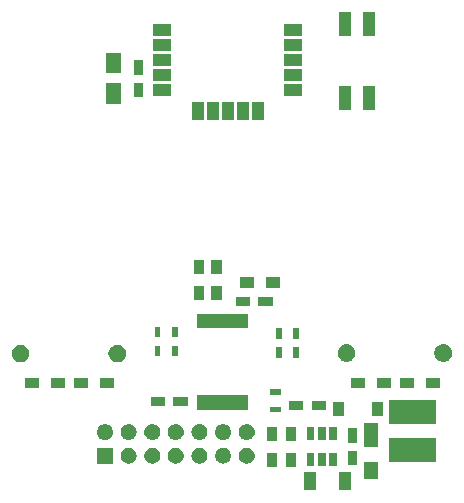
<source format=gts>
G04 #@! TF.GenerationSoftware,KiCad,Pcbnew,5.0.1-33cea8e~68~ubuntu16.04.1*
G04 #@! TF.CreationDate,2018-11-21T16:27:54+02:00*
G04 #@! TF.ProjectId,livolo_2_channels_1way_eu_switch,6C69766F6C6F5F325F6368616E6E656C,rev?*
G04 #@! TF.SameCoordinates,Original*
G04 #@! TF.FileFunction,Soldermask,Top*
G04 #@! TF.FilePolarity,Negative*
%FSLAX46Y46*%
G04 Gerber Fmt 4.6, Leading zero omitted, Abs format (unit mm)*
G04 Created by KiCad (PCBNEW 5.0.1-33cea8e~68~ubuntu16.04.1) date Wed 21 Nov 2018 16:27:54 EET*
%MOMM*%
%LPD*%
G01*
G04 APERTURE LIST*
%ADD10C,0.100000*%
G04 APERTURE END LIST*
D10*
G36*
X152500000Y-112500000D02*
X151500000Y-112500000D01*
X151500000Y-110900000D01*
X152500000Y-110900000D01*
X152500000Y-112500000D01*
X152500000Y-112500000D01*
G37*
G36*
X149500000Y-112500000D02*
X148500000Y-112500000D01*
X148500000Y-110900000D01*
X149500000Y-110900000D01*
X149500000Y-112500000D01*
X149500000Y-112500000D01*
G37*
G36*
X154800000Y-111500000D02*
X153600000Y-111500000D01*
X153600000Y-110100000D01*
X154800000Y-110100000D01*
X154800000Y-111500000D01*
X154800000Y-111500000D01*
G37*
G36*
X146250000Y-110500000D02*
X145350000Y-110500000D01*
X145350000Y-109300000D01*
X146250000Y-109300000D01*
X146250000Y-110500000D01*
X146250000Y-110500000D01*
G37*
G36*
X147850000Y-110500000D02*
X146950000Y-110500000D01*
X146950000Y-109300000D01*
X147850000Y-109300000D01*
X147850000Y-110500000D01*
X147850000Y-110500000D01*
G37*
G36*
X151275000Y-110430000D02*
X150625000Y-110430000D01*
X150625000Y-109370000D01*
X151275000Y-109370000D01*
X151275000Y-110430000D01*
X151275000Y-110430000D01*
G37*
G36*
X150325000Y-110430000D02*
X149675000Y-110430000D01*
X149675000Y-109370000D01*
X150325000Y-109370000D01*
X150325000Y-110430000D01*
X150325000Y-110430000D01*
G37*
G36*
X149375000Y-110430000D02*
X148725000Y-110430000D01*
X148725000Y-109370000D01*
X149375000Y-109370000D01*
X149375000Y-110430000D01*
X149375000Y-110430000D01*
G37*
G36*
X152975000Y-110350000D02*
X152225000Y-110350000D01*
X152225000Y-109150000D01*
X152975000Y-109150000D01*
X152975000Y-110350000D01*
X152975000Y-110350000D01*
G37*
G36*
X141782323Y-108884767D02*
X141909561Y-108923364D01*
X142026824Y-108986042D01*
X142129606Y-109070394D01*
X142213958Y-109173176D01*
X142276636Y-109290439D01*
X142315233Y-109417677D01*
X142328266Y-109550000D01*
X142315233Y-109682323D01*
X142276636Y-109809561D01*
X142213958Y-109926824D01*
X142129606Y-110029606D01*
X142026824Y-110113958D01*
X141909561Y-110176636D01*
X141782323Y-110215233D01*
X141683159Y-110225000D01*
X141616841Y-110225000D01*
X141517677Y-110215233D01*
X141390439Y-110176636D01*
X141273176Y-110113958D01*
X141170394Y-110029606D01*
X141086042Y-109926824D01*
X141023364Y-109809561D01*
X140984767Y-109682323D01*
X140971734Y-109550000D01*
X140984767Y-109417677D01*
X141023364Y-109290439D01*
X141086042Y-109173176D01*
X141170394Y-109070394D01*
X141273176Y-108986042D01*
X141390439Y-108923364D01*
X141517677Y-108884767D01*
X141616841Y-108875000D01*
X141683159Y-108875000D01*
X141782323Y-108884767D01*
X141782323Y-108884767D01*
G37*
G36*
X132325000Y-110225000D02*
X130975000Y-110225000D01*
X130975000Y-108875000D01*
X132325000Y-108875000D01*
X132325000Y-110225000D01*
X132325000Y-110225000D01*
G37*
G36*
X133782323Y-108884767D02*
X133909561Y-108923364D01*
X134026824Y-108986042D01*
X134129606Y-109070394D01*
X134213958Y-109173176D01*
X134276636Y-109290439D01*
X134315233Y-109417677D01*
X134328266Y-109550000D01*
X134315233Y-109682323D01*
X134276636Y-109809561D01*
X134213958Y-109926824D01*
X134129606Y-110029606D01*
X134026824Y-110113958D01*
X133909561Y-110176636D01*
X133782323Y-110215233D01*
X133683159Y-110225000D01*
X133616841Y-110225000D01*
X133517677Y-110215233D01*
X133390439Y-110176636D01*
X133273176Y-110113958D01*
X133170394Y-110029606D01*
X133086042Y-109926824D01*
X133023364Y-109809561D01*
X132984767Y-109682323D01*
X132971734Y-109550000D01*
X132984767Y-109417677D01*
X133023364Y-109290439D01*
X133086042Y-109173176D01*
X133170394Y-109070394D01*
X133273176Y-108986042D01*
X133390439Y-108923364D01*
X133517677Y-108884767D01*
X133616841Y-108875000D01*
X133683159Y-108875000D01*
X133782323Y-108884767D01*
X133782323Y-108884767D01*
G37*
G36*
X135782323Y-108884767D02*
X135909561Y-108923364D01*
X136026824Y-108986042D01*
X136129606Y-109070394D01*
X136213958Y-109173176D01*
X136276636Y-109290439D01*
X136315233Y-109417677D01*
X136328266Y-109550000D01*
X136315233Y-109682323D01*
X136276636Y-109809561D01*
X136213958Y-109926824D01*
X136129606Y-110029606D01*
X136026824Y-110113958D01*
X135909561Y-110176636D01*
X135782323Y-110215233D01*
X135683159Y-110225000D01*
X135616841Y-110225000D01*
X135517677Y-110215233D01*
X135390439Y-110176636D01*
X135273176Y-110113958D01*
X135170394Y-110029606D01*
X135086042Y-109926824D01*
X135023364Y-109809561D01*
X134984767Y-109682323D01*
X134971734Y-109550000D01*
X134984767Y-109417677D01*
X135023364Y-109290439D01*
X135086042Y-109173176D01*
X135170394Y-109070394D01*
X135273176Y-108986042D01*
X135390439Y-108923364D01*
X135517677Y-108884767D01*
X135616841Y-108875000D01*
X135683159Y-108875000D01*
X135782323Y-108884767D01*
X135782323Y-108884767D01*
G37*
G36*
X139782323Y-108884767D02*
X139909561Y-108923364D01*
X140026824Y-108986042D01*
X140129606Y-109070394D01*
X140213958Y-109173176D01*
X140276636Y-109290439D01*
X140315233Y-109417677D01*
X140328266Y-109550000D01*
X140315233Y-109682323D01*
X140276636Y-109809561D01*
X140213958Y-109926824D01*
X140129606Y-110029606D01*
X140026824Y-110113958D01*
X139909561Y-110176636D01*
X139782323Y-110215233D01*
X139683159Y-110225000D01*
X139616841Y-110225000D01*
X139517677Y-110215233D01*
X139390439Y-110176636D01*
X139273176Y-110113958D01*
X139170394Y-110029606D01*
X139086042Y-109926824D01*
X139023364Y-109809561D01*
X138984767Y-109682323D01*
X138971734Y-109550000D01*
X138984767Y-109417677D01*
X139023364Y-109290439D01*
X139086042Y-109173176D01*
X139170394Y-109070394D01*
X139273176Y-108986042D01*
X139390439Y-108923364D01*
X139517677Y-108884767D01*
X139616841Y-108875000D01*
X139683159Y-108875000D01*
X139782323Y-108884767D01*
X139782323Y-108884767D01*
G37*
G36*
X143782323Y-108884767D02*
X143909561Y-108923364D01*
X144026824Y-108986042D01*
X144129606Y-109070394D01*
X144213958Y-109173176D01*
X144276636Y-109290439D01*
X144315233Y-109417677D01*
X144328266Y-109550000D01*
X144315233Y-109682323D01*
X144276636Y-109809561D01*
X144213958Y-109926824D01*
X144129606Y-110029606D01*
X144026824Y-110113958D01*
X143909561Y-110176636D01*
X143782323Y-110215233D01*
X143683159Y-110225000D01*
X143616841Y-110225000D01*
X143517677Y-110215233D01*
X143390439Y-110176636D01*
X143273176Y-110113958D01*
X143170394Y-110029606D01*
X143086042Y-109926824D01*
X143023364Y-109809561D01*
X142984767Y-109682323D01*
X142971734Y-109550000D01*
X142984767Y-109417677D01*
X143023364Y-109290439D01*
X143086042Y-109173176D01*
X143170394Y-109070394D01*
X143273176Y-108986042D01*
X143390439Y-108923364D01*
X143517677Y-108884767D01*
X143616841Y-108875000D01*
X143683159Y-108875000D01*
X143782323Y-108884767D01*
X143782323Y-108884767D01*
G37*
G36*
X137782323Y-108884767D02*
X137909561Y-108923364D01*
X138026824Y-108986042D01*
X138129606Y-109070394D01*
X138213958Y-109173176D01*
X138276636Y-109290439D01*
X138315233Y-109417677D01*
X138328266Y-109550000D01*
X138315233Y-109682323D01*
X138276636Y-109809561D01*
X138213958Y-109926824D01*
X138129606Y-110029606D01*
X138026824Y-110113958D01*
X137909561Y-110176636D01*
X137782323Y-110215233D01*
X137683159Y-110225000D01*
X137616841Y-110225000D01*
X137517677Y-110215233D01*
X137390439Y-110176636D01*
X137273176Y-110113958D01*
X137170394Y-110029606D01*
X137086042Y-109926824D01*
X137023364Y-109809561D01*
X136984767Y-109682323D01*
X136971734Y-109550000D01*
X136984767Y-109417677D01*
X137023364Y-109290439D01*
X137086042Y-109173176D01*
X137170394Y-109070394D01*
X137273176Y-108986042D01*
X137390439Y-108923364D01*
X137517677Y-108884767D01*
X137616841Y-108875000D01*
X137683159Y-108875000D01*
X137782323Y-108884767D01*
X137782323Y-108884767D01*
G37*
G36*
X159700000Y-110100000D02*
X155700000Y-110100000D01*
X155700000Y-108100000D01*
X159700000Y-108100000D01*
X159700000Y-110100000D01*
X159700000Y-110100000D01*
G37*
G36*
X154800000Y-108800000D02*
X153600000Y-108800000D01*
X153600000Y-106800000D01*
X154800000Y-106800000D01*
X154800000Y-108800000D01*
X154800000Y-108800000D01*
G37*
G36*
X152975000Y-108450000D02*
X152225000Y-108450000D01*
X152225000Y-107250000D01*
X152975000Y-107250000D01*
X152975000Y-108450000D01*
X152975000Y-108450000D01*
G37*
G36*
X146250000Y-108300000D02*
X145350000Y-108300000D01*
X145350000Y-107100000D01*
X146250000Y-107100000D01*
X146250000Y-108300000D01*
X146250000Y-108300000D01*
G37*
G36*
X147850000Y-108300000D02*
X146950000Y-108300000D01*
X146950000Y-107100000D01*
X147850000Y-107100000D01*
X147850000Y-108300000D01*
X147850000Y-108300000D01*
G37*
G36*
X150325000Y-108230000D02*
X149675000Y-108230000D01*
X149675000Y-107170000D01*
X150325000Y-107170000D01*
X150325000Y-108230000D01*
X150325000Y-108230000D01*
G37*
G36*
X149375000Y-108230000D02*
X148725000Y-108230000D01*
X148725000Y-107170000D01*
X149375000Y-107170000D01*
X149375000Y-108230000D01*
X149375000Y-108230000D01*
G37*
G36*
X151275000Y-108230000D02*
X150625000Y-108230000D01*
X150625000Y-107170000D01*
X151275000Y-107170000D01*
X151275000Y-108230000D01*
X151275000Y-108230000D01*
G37*
G36*
X133782323Y-106884767D02*
X133909561Y-106923364D01*
X134026824Y-106986042D01*
X134129606Y-107070394D01*
X134213958Y-107173176D01*
X134276636Y-107290439D01*
X134315233Y-107417677D01*
X134328266Y-107550000D01*
X134315233Y-107682323D01*
X134276636Y-107809561D01*
X134213958Y-107926824D01*
X134129606Y-108029606D01*
X134026824Y-108113958D01*
X133909561Y-108176636D01*
X133782323Y-108215233D01*
X133683159Y-108225000D01*
X133616841Y-108225000D01*
X133517677Y-108215233D01*
X133390439Y-108176636D01*
X133273176Y-108113958D01*
X133170394Y-108029606D01*
X133086042Y-107926824D01*
X133023364Y-107809561D01*
X132984767Y-107682323D01*
X132971734Y-107550000D01*
X132984767Y-107417677D01*
X133023364Y-107290439D01*
X133086042Y-107173176D01*
X133170394Y-107070394D01*
X133273176Y-106986042D01*
X133390439Y-106923364D01*
X133517677Y-106884767D01*
X133616841Y-106875000D01*
X133683159Y-106875000D01*
X133782323Y-106884767D01*
X133782323Y-106884767D01*
G37*
G36*
X135782323Y-106884767D02*
X135909561Y-106923364D01*
X136026824Y-106986042D01*
X136129606Y-107070394D01*
X136213958Y-107173176D01*
X136276636Y-107290439D01*
X136315233Y-107417677D01*
X136328266Y-107550000D01*
X136315233Y-107682323D01*
X136276636Y-107809561D01*
X136213958Y-107926824D01*
X136129606Y-108029606D01*
X136026824Y-108113958D01*
X135909561Y-108176636D01*
X135782323Y-108215233D01*
X135683159Y-108225000D01*
X135616841Y-108225000D01*
X135517677Y-108215233D01*
X135390439Y-108176636D01*
X135273176Y-108113958D01*
X135170394Y-108029606D01*
X135086042Y-107926824D01*
X135023364Y-107809561D01*
X134984767Y-107682323D01*
X134971734Y-107550000D01*
X134984767Y-107417677D01*
X135023364Y-107290439D01*
X135086042Y-107173176D01*
X135170394Y-107070394D01*
X135273176Y-106986042D01*
X135390439Y-106923364D01*
X135517677Y-106884767D01*
X135616841Y-106875000D01*
X135683159Y-106875000D01*
X135782323Y-106884767D01*
X135782323Y-106884767D01*
G37*
G36*
X137782323Y-106884767D02*
X137909561Y-106923364D01*
X138026824Y-106986042D01*
X138129606Y-107070394D01*
X138213958Y-107173176D01*
X138276636Y-107290439D01*
X138315233Y-107417677D01*
X138328266Y-107550000D01*
X138315233Y-107682323D01*
X138276636Y-107809561D01*
X138213958Y-107926824D01*
X138129606Y-108029606D01*
X138026824Y-108113958D01*
X137909561Y-108176636D01*
X137782323Y-108215233D01*
X137683159Y-108225000D01*
X137616841Y-108225000D01*
X137517677Y-108215233D01*
X137390439Y-108176636D01*
X137273176Y-108113958D01*
X137170394Y-108029606D01*
X137086042Y-107926824D01*
X137023364Y-107809561D01*
X136984767Y-107682323D01*
X136971734Y-107550000D01*
X136984767Y-107417677D01*
X137023364Y-107290439D01*
X137086042Y-107173176D01*
X137170394Y-107070394D01*
X137273176Y-106986042D01*
X137390439Y-106923364D01*
X137517677Y-106884767D01*
X137616841Y-106875000D01*
X137683159Y-106875000D01*
X137782323Y-106884767D01*
X137782323Y-106884767D01*
G37*
G36*
X139782323Y-106884767D02*
X139909561Y-106923364D01*
X140026824Y-106986042D01*
X140129606Y-107070394D01*
X140213958Y-107173176D01*
X140276636Y-107290439D01*
X140315233Y-107417677D01*
X140328266Y-107550000D01*
X140315233Y-107682323D01*
X140276636Y-107809561D01*
X140213958Y-107926824D01*
X140129606Y-108029606D01*
X140026824Y-108113958D01*
X139909561Y-108176636D01*
X139782323Y-108215233D01*
X139683159Y-108225000D01*
X139616841Y-108225000D01*
X139517677Y-108215233D01*
X139390439Y-108176636D01*
X139273176Y-108113958D01*
X139170394Y-108029606D01*
X139086042Y-107926824D01*
X139023364Y-107809561D01*
X138984767Y-107682323D01*
X138971734Y-107550000D01*
X138984767Y-107417677D01*
X139023364Y-107290439D01*
X139086042Y-107173176D01*
X139170394Y-107070394D01*
X139273176Y-106986042D01*
X139390439Y-106923364D01*
X139517677Y-106884767D01*
X139616841Y-106875000D01*
X139683159Y-106875000D01*
X139782323Y-106884767D01*
X139782323Y-106884767D01*
G37*
G36*
X131782323Y-106884767D02*
X131909561Y-106923364D01*
X132026824Y-106986042D01*
X132129606Y-107070394D01*
X132213958Y-107173176D01*
X132276636Y-107290439D01*
X132315233Y-107417677D01*
X132328266Y-107550000D01*
X132315233Y-107682323D01*
X132276636Y-107809561D01*
X132213958Y-107926824D01*
X132129606Y-108029606D01*
X132026824Y-108113958D01*
X131909561Y-108176636D01*
X131782323Y-108215233D01*
X131683159Y-108225000D01*
X131616841Y-108225000D01*
X131517677Y-108215233D01*
X131390439Y-108176636D01*
X131273176Y-108113958D01*
X131170394Y-108029606D01*
X131086042Y-107926824D01*
X131023364Y-107809561D01*
X130984767Y-107682323D01*
X130971734Y-107550000D01*
X130984767Y-107417677D01*
X131023364Y-107290439D01*
X131086042Y-107173176D01*
X131170394Y-107070394D01*
X131273176Y-106986042D01*
X131390439Y-106923364D01*
X131517677Y-106884767D01*
X131616841Y-106875000D01*
X131683159Y-106875000D01*
X131782323Y-106884767D01*
X131782323Y-106884767D01*
G37*
G36*
X143782323Y-106884767D02*
X143909561Y-106923364D01*
X144026824Y-106986042D01*
X144129606Y-107070394D01*
X144213958Y-107173176D01*
X144276636Y-107290439D01*
X144315233Y-107417677D01*
X144328266Y-107550000D01*
X144315233Y-107682323D01*
X144276636Y-107809561D01*
X144213958Y-107926824D01*
X144129606Y-108029606D01*
X144026824Y-108113958D01*
X143909561Y-108176636D01*
X143782323Y-108215233D01*
X143683159Y-108225000D01*
X143616841Y-108225000D01*
X143517677Y-108215233D01*
X143390439Y-108176636D01*
X143273176Y-108113958D01*
X143170394Y-108029606D01*
X143086042Y-107926824D01*
X143023364Y-107809561D01*
X142984767Y-107682323D01*
X142971734Y-107550000D01*
X142984767Y-107417677D01*
X143023364Y-107290439D01*
X143086042Y-107173176D01*
X143170394Y-107070394D01*
X143273176Y-106986042D01*
X143390439Y-106923364D01*
X143517677Y-106884767D01*
X143616841Y-106875000D01*
X143683159Y-106875000D01*
X143782323Y-106884767D01*
X143782323Y-106884767D01*
G37*
G36*
X141782323Y-106884767D02*
X141909561Y-106923364D01*
X142026824Y-106986042D01*
X142129606Y-107070394D01*
X142213958Y-107173176D01*
X142276636Y-107290439D01*
X142315233Y-107417677D01*
X142328266Y-107550000D01*
X142315233Y-107682323D01*
X142276636Y-107809561D01*
X142213958Y-107926824D01*
X142129606Y-108029606D01*
X142026824Y-108113958D01*
X141909561Y-108176636D01*
X141782323Y-108215233D01*
X141683159Y-108225000D01*
X141616841Y-108225000D01*
X141517677Y-108215233D01*
X141390439Y-108176636D01*
X141273176Y-108113958D01*
X141170394Y-108029606D01*
X141086042Y-107926824D01*
X141023364Y-107809561D01*
X140984767Y-107682323D01*
X140971734Y-107550000D01*
X140984767Y-107417677D01*
X141023364Y-107290439D01*
X141086042Y-107173176D01*
X141170394Y-107070394D01*
X141273176Y-106986042D01*
X141390439Y-106923364D01*
X141517677Y-106884767D01*
X141616841Y-106875000D01*
X141683159Y-106875000D01*
X141782323Y-106884767D01*
X141782323Y-106884767D01*
G37*
G36*
X159700000Y-106850000D02*
X155700000Y-106850000D01*
X155700000Y-104850000D01*
X159700000Y-104850000D01*
X159700000Y-106850000D01*
X159700000Y-106850000D01*
G37*
G36*
X155200000Y-106200000D02*
X154300000Y-106200000D01*
X154300000Y-105000000D01*
X155200000Y-105000000D01*
X155200000Y-106200000D01*
X155200000Y-106200000D01*
G37*
G36*
X151900000Y-106200000D02*
X151000000Y-106200000D01*
X151000000Y-105000000D01*
X151900000Y-105000000D01*
X151900000Y-106200000D01*
X151900000Y-106200000D01*
G37*
G36*
X146550000Y-105900000D02*
X145650000Y-105900000D01*
X145650000Y-105400000D01*
X146550000Y-105400000D01*
X146550000Y-105900000D01*
X146550000Y-105900000D01*
G37*
G36*
X148450000Y-105675000D02*
X147250000Y-105675000D01*
X147250000Y-104925000D01*
X148450000Y-104925000D01*
X148450000Y-105675000D01*
X148450000Y-105675000D01*
G37*
G36*
X150350000Y-105675000D02*
X149150000Y-105675000D01*
X149150000Y-104925000D01*
X150350000Y-104925000D01*
X150350000Y-105675000D01*
X150350000Y-105675000D01*
G37*
G36*
X143750000Y-105650000D02*
X139450000Y-105650000D01*
X139450000Y-104450000D01*
X143750000Y-104450000D01*
X143750000Y-105650000D01*
X143750000Y-105650000D01*
G37*
G36*
X138650000Y-105375000D02*
X137450000Y-105375000D01*
X137450000Y-104625000D01*
X138650000Y-104625000D01*
X138650000Y-105375000D01*
X138650000Y-105375000D01*
G37*
G36*
X136750000Y-105375000D02*
X135550000Y-105375000D01*
X135550000Y-104625000D01*
X136750000Y-104625000D01*
X136750000Y-105375000D01*
X136750000Y-105375000D01*
G37*
G36*
X146550000Y-104400000D02*
X145650000Y-104400000D01*
X145650000Y-103900000D01*
X146550000Y-103900000D01*
X146550000Y-104400000D01*
X146550000Y-104400000D01*
G37*
G36*
X153700000Y-103850000D02*
X152500000Y-103850000D01*
X152500000Y-102950000D01*
X153700000Y-102950000D01*
X153700000Y-103850000D01*
X153700000Y-103850000D01*
G37*
G36*
X157800000Y-103850000D02*
X156600000Y-103850000D01*
X156600000Y-102950000D01*
X157800000Y-102950000D01*
X157800000Y-103850000D01*
X157800000Y-103850000D01*
G37*
G36*
X155900000Y-103850000D02*
X154700000Y-103850000D01*
X154700000Y-102950000D01*
X155900000Y-102950000D01*
X155900000Y-103850000D01*
X155900000Y-103850000D01*
G37*
G36*
X160000000Y-103850000D02*
X158800000Y-103850000D01*
X158800000Y-102950000D01*
X160000000Y-102950000D01*
X160000000Y-103850000D01*
X160000000Y-103850000D01*
G37*
G36*
X128300000Y-103850000D02*
X127100000Y-103850000D01*
X127100000Y-102950000D01*
X128300000Y-102950000D01*
X128300000Y-103850000D01*
X128300000Y-103850000D01*
G37*
G36*
X126100000Y-103850000D02*
X124900000Y-103850000D01*
X124900000Y-102950000D01*
X126100000Y-102950000D01*
X126100000Y-103850000D01*
X126100000Y-103850000D01*
G37*
G36*
X130200000Y-103850000D02*
X129000000Y-103850000D01*
X129000000Y-102950000D01*
X130200000Y-102950000D01*
X130200000Y-103850000D01*
X130200000Y-103850000D01*
G37*
G36*
X132400000Y-103850000D02*
X131200000Y-103850000D01*
X131200000Y-102950000D01*
X132400000Y-102950000D01*
X132400000Y-103850000D01*
X132400000Y-103850000D01*
G37*
G36*
X124646318Y-100164411D02*
X124718767Y-100178822D01*
X124775303Y-100202240D01*
X124855257Y-100235358D01*
X124978100Y-100317439D01*
X125082561Y-100421900D01*
X125164642Y-100544743D01*
X125197760Y-100624697D01*
X125200468Y-100631234D01*
X125221178Y-100681234D01*
X125250000Y-100826130D01*
X125250000Y-100973870D01*
X125221178Y-101118766D01*
X125164642Y-101255257D01*
X125082561Y-101378100D01*
X124978100Y-101482561D01*
X124855257Y-101564642D01*
X124775303Y-101597760D01*
X124718767Y-101621178D01*
X124646318Y-101635589D01*
X124573870Y-101650000D01*
X124426130Y-101650000D01*
X124353682Y-101635589D01*
X124281233Y-101621178D01*
X124224697Y-101597760D01*
X124144743Y-101564642D01*
X124021900Y-101482561D01*
X123917439Y-101378100D01*
X123835358Y-101255257D01*
X123778822Y-101118766D01*
X123750000Y-100973870D01*
X123750000Y-100826130D01*
X123778822Y-100681234D01*
X123799533Y-100631234D01*
X123802240Y-100624697D01*
X123835358Y-100544743D01*
X123917439Y-100421900D01*
X124021900Y-100317439D01*
X124144743Y-100235358D01*
X124224697Y-100202240D01*
X124281233Y-100178822D01*
X124353682Y-100164411D01*
X124426130Y-100150000D01*
X124573870Y-100150000D01*
X124646318Y-100164411D01*
X124646318Y-100164411D01*
G37*
G36*
X132846318Y-100164411D02*
X132918767Y-100178822D01*
X132975303Y-100202240D01*
X133055257Y-100235358D01*
X133178100Y-100317439D01*
X133282561Y-100421900D01*
X133364642Y-100544743D01*
X133397760Y-100624697D01*
X133400468Y-100631234D01*
X133421178Y-100681234D01*
X133450000Y-100826130D01*
X133450000Y-100973870D01*
X133421178Y-101118766D01*
X133364642Y-101255257D01*
X133282561Y-101378100D01*
X133178100Y-101482561D01*
X133055257Y-101564642D01*
X132975303Y-101597760D01*
X132918767Y-101621178D01*
X132846318Y-101635589D01*
X132773870Y-101650000D01*
X132626130Y-101650000D01*
X132553682Y-101635589D01*
X132481233Y-101621178D01*
X132424697Y-101597760D01*
X132344743Y-101564642D01*
X132221900Y-101482561D01*
X132117439Y-101378100D01*
X132035358Y-101255257D01*
X131978822Y-101118766D01*
X131950000Y-100973870D01*
X131950000Y-100826130D01*
X131978822Y-100681234D01*
X131999533Y-100631234D01*
X132002240Y-100624697D01*
X132035358Y-100544743D01*
X132117439Y-100421900D01*
X132221900Y-100317439D01*
X132344743Y-100235358D01*
X132424697Y-100202240D01*
X132481233Y-100178822D01*
X132553682Y-100164411D01*
X132626130Y-100150000D01*
X132773870Y-100150000D01*
X132846318Y-100164411D01*
X132846318Y-100164411D01*
G37*
G36*
X152246318Y-100114411D02*
X152318767Y-100128822D01*
X152369895Y-100150000D01*
X152455257Y-100185358D01*
X152578100Y-100267439D01*
X152682561Y-100371900D01*
X152764642Y-100494743D01*
X152797760Y-100574697D01*
X152821178Y-100631233D01*
X152850000Y-100776131D01*
X152850000Y-100923869D01*
X152821178Y-101068767D01*
X152800467Y-101118767D01*
X152764642Y-101205257D01*
X152682561Y-101328100D01*
X152578100Y-101432561D01*
X152455257Y-101514642D01*
X152375303Y-101547760D01*
X152318767Y-101571178D01*
X152246318Y-101585589D01*
X152173870Y-101600000D01*
X152026130Y-101600000D01*
X151953682Y-101585589D01*
X151881233Y-101571178D01*
X151824697Y-101547760D01*
X151744743Y-101514642D01*
X151621900Y-101432561D01*
X151517439Y-101328100D01*
X151435358Y-101205257D01*
X151399533Y-101118767D01*
X151378822Y-101068767D01*
X151350000Y-100923869D01*
X151350000Y-100776131D01*
X151378822Y-100631233D01*
X151402240Y-100574697D01*
X151435358Y-100494743D01*
X151517439Y-100371900D01*
X151621900Y-100267439D01*
X151744743Y-100185358D01*
X151830105Y-100150000D01*
X151881233Y-100128822D01*
X151953682Y-100114411D01*
X152026130Y-100100000D01*
X152173870Y-100100000D01*
X152246318Y-100114411D01*
X152246318Y-100114411D01*
G37*
G36*
X160446318Y-100114411D02*
X160518767Y-100128822D01*
X160569895Y-100150000D01*
X160655257Y-100185358D01*
X160778100Y-100267439D01*
X160882561Y-100371900D01*
X160964642Y-100494743D01*
X160997760Y-100574697D01*
X161021178Y-100631233D01*
X161050000Y-100776131D01*
X161050000Y-100923869D01*
X161021178Y-101068767D01*
X161000467Y-101118767D01*
X160964642Y-101205257D01*
X160882561Y-101328100D01*
X160778100Y-101432561D01*
X160655257Y-101514642D01*
X160575303Y-101547760D01*
X160518767Y-101571178D01*
X160446318Y-101585589D01*
X160373870Y-101600000D01*
X160226130Y-101600000D01*
X160153682Y-101585589D01*
X160081233Y-101571178D01*
X160024697Y-101547760D01*
X159944743Y-101514642D01*
X159821900Y-101432561D01*
X159717439Y-101328100D01*
X159635358Y-101205257D01*
X159599533Y-101118767D01*
X159578822Y-101068767D01*
X159550000Y-100923869D01*
X159550000Y-100776131D01*
X159578822Y-100631233D01*
X159602240Y-100574697D01*
X159635358Y-100494743D01*
X159717439Y-100371900D01*
X159821900Y-100267439D01*
X159944743Y-100185358D01*
X160030105Y-100150000D01*
X160081233Y-100128822D01*
X160153682Y-100114411D01*
X160226130Y-100100000D01*
X160373870Y-100100000D01*
X160446318Y-100114411D01*
X160446318Y-100114411D01*
G37*
G36*
X148100000Y-101250000D02*
X147600000Y-101250000D01*
X147600000Y-100350000D01*
X148100000Y-100350000D01*
X148100000Y-101250000D01*
X148100000Y-101250000D01*
G37*
G36*
X146600000Y-101250000D02*
X146100000Y-101250000D01*
X146100000Y-100350000D01*
X146600000Y-100350000D01*
X146600000Y-101250000D01*
X146600000Y-101250000D01*
G37*
G36*
X136350000Y-101150000D02*
X135850000Y-101150000D01*
X135850000Y-100250000D01*
X136350000Y-100250000D01*
X136350000Y-101150000D01*
X136350000Y-101150000D01*
G37*
G36*
X137850000Y-101150000D02*
X137350000Y-101150000D01*
X137350000Y-100250000D01*
X137850000Y-100250000D01*
X137850000Y-101150000D01*
X137850000Y-101150000D01*
G37*
G36*
X148100000Y-99650000D02*
X147600000Y-99650000D01*
X147600000Y-98750000D01*
X148100000Y-98750000D01*
X148100000Y-99650000D01*
X148100000Y-99650000D01*
G37*
G36*
X146600000Y-99650000D02*
X146100000Y-99650000D01*
X146100000Y-98750000D01*
X146600000Y-98750000D01*
X146600000Y-99650000D01*
X146600000Y-99650000D01*
G37*
G36*
X136350000Y-99550000D02*
X135850000Y-99550000D01*
X135850000Y-98650000D01*
X136350000Y-98650000D01*
X136350000Y-99550000D01*
X136350000Y-99550000D01*
G37*
G36*
X137850000Y-99550000D02*
X137350000Y-99550000D01*
X137350000Y-98650000D01*
X137850000Y-98650000D01*
X137850000Y-99550000D01*
X137850000Y-99550000D01*
G37*
G36*
X143750000Y-98750000D02*
X139450000Y-98750000D01*
X139450000Y-97550000D01*
X143750000Y-97550000D01*
X143750000Y-98750000D01*
X143750000Y-98750000D01*
G37*
G36*
X145850000Y-96875000D02*
X144650000Y-96875000D01*
X144650000Y-96125000D01*
X145850000Y-96125000D01*
X145850000Y-96875000D01*
X145850000Y-96875000D01*
G37*
G36*
X143950000Y-96875000D02*
X142750000Y-96875000D01*
X142750000Y-96125000D01*
X143950000Y-96125000D01*
X143950000Y-96875000D01*
X143950000Y-96875000D01*
G37*
G36*
X140050000Y-96400000D02*
X139150000Y-96400000D01*
X139150000Y-95200000D01*
X140050000Y-95200000D01*
X140050000Y-96400000D01*
X140050000Y-96400000D01*
G37*
G36*
X141550000Y-96400000D02*
X140650000Y-96400000D01*
X140650000Y-95200000D01*
X141550000Y-95200000D01*
X141550000Y-96400000D01*
X141550000Y-96400000D01*
G37*
G36*
X146500000Y-95350000D02*
X145300000Y-95350000D01*
X145300000Y-94450000D01*
X146500000Y-94450000D01*
X146500000Y-95350000D01*
X146500000Y-95350000D01*
G37*
G36*
X144300000Y-95350000D02*
X143100000Y-95350000D01*
X143100000Y-94450000D01*
X144300000Y-94450000D01*
X144300000Y-95350000D01*
X144300000Y-95350000D01*
G37*
G36*
X141550000Y-94200000D02*
X140650000Y-94200000D01*
X140650000Y-93000000D01*
X141550000Y-93000000D01*
X141550000Y-94200000D01*
X141550000Y-94200000D01*
G37*
G36*
X140050000Y-94200000D02*
X139150000Y-94200000D01*
X139150000Y-93000000D01*
X140050000Y-93000000D01*
X140050000Y-94200000D01*
X140050000Y-94200000D01*
G37*
G36*
X142560000Y-81150000D02*
X141560000Y-81150000D01*
X141560000Y-79650000D01*
X142560000Y-79650000D01*
X142560000Y-81150000D01*
X142560000Y-81150000D01*
G37*
G36*
X143830000Y-81150000D02*
X142830000Y-81150000D01*
X142830000Y-79650000D01*
X143830000Y-79650000D01*
X143830000Y-81150000D01*
X143830000Y-81150000D01*
G37*
G36*
X145100000Y-81150000D02*
X144100000Y-81150000D01*
X144100000Y-79650000D01*
X145100000Y-79650000D01*
X145100000Y-81150000D01*
X145100000Y-81150000D01*
G37*
G36*
X141290000Y-81150000D02*
X140290000Y-81150000D01*
X140290000Y-79650000D01*
X141290000Y-79650000D01*
X141290000Y-81150000D01*
X141290000Y-81150000D01*
G37*
G36*
X140020000Y-81150000D02*
X139020000Y-81150000D01*
X139020000Y-79650000D01*
X140020000Y-79650000D01*
X140020000Y-81150000D01*
X140020000Y-81150000D01*
G37*
G36*
X152500000Y-80250000D02*
X151500000Y-80250000D01*
X151500000Y-78250000D01*
X152500000Y-78250000D01*
X152500000Y-80250000D01*
X152500000Y-80250000D01*
G37*
G36*
X154500000Y-80250000D02*
X153500000Y-80250000D01*
X153500000Y-78250000D01*
X154500000Y-78250000D01*
X154500000Y-80250000D01*
X154500000Y-80250000D01*
G37*
G36*
X133030000Y-79750000D02*
X131770000Y-79750000D01*
X131770000Y-78000000D01*
X133030000Y-78000000D01*
X133030000Y-79750000D01*
X133030000Y-79750000D01*
G37*
G36*
X134875000Y-79200000D02*
X134125000Y-79200000D01*
X134125000Y-78000000D01*
X134875000Y-78000000D01*
X134875000Y-79200000D01*
X134875000Y-79200000D01*
G37*
G36*
X137250000Y-79080000D02*
X135750000Y-79080000D01*
X135750000Y-78080000D01*
X137250000Y-78080000D01*
X137250000Y-79080000D01*
X137250000Y-79080000D01*
G37*
G36*
X148350000Y-79080000D02*
X146850000Y-79080000D01*
X146850000Y-78080000D01*
X148350000Y-78080000D01*
X148350000Y-79080000D01*
X148350000Y-79080000D01*
G37*
G36*
X137250000Y-77810000D02*
X135750000Y-77810000D01*
X135750000Y-76810000D01*
X137250000Y-76810000D01*
X137250000Y-77810000D01*
X137250000Y-77810000D01*
G37*
G36*
X148350000Y-77810000D02*
X146850000Y-77810000D01*
X146850000Y-76810000D01*
X148350000Y-76810000D01*
X148350000Y-77810000D01*
X148350000Y-77810000D01*
G37*
G36*
X134875000Y-77300000D02*
X134125000Y-77300000D01*
X134125000Y-76100000D01*
X134875000Y-76100000D01*
X134875000Y-77300000D01*
X134875000Y-77300000D01*
G37*
G36*
X133030000Y-77200000D02*
X131770000Y-77200000D01*
X131770000Y-75450000D01*
X133030000Y-75450000D01*
X133030000Y-77200000D01*
X133030000Y-77200000D01*
G37*
G36*
X137250000Y-76540000D02*
X135750000Y-76540000D01*
X135750000Y-75540000D01*
X137250000Y-75540000D01*
X137250000Y-76540000D01*
X137250000Y-76540000D01*
G37*
G36*
X148350000Y-76540000D02*
X146850000Y-76540000D01*
X146850000Y-75540000D01*
X148350000Y-75540000D01*
X148350000Y-76540000D01*
X148350000Y-76540000D01*
G37*
G36*
X148350000Y-75270000D02*
X146850000Y-75270000D01*
X146850000Y-74270000D01*
X148350000Y-74270000D01*
X148350000Y-75270000D01*
X148350000Y-75270000D01*
G37*
G36*
X137250000Y-75270000D02*
X135750000Y-75270000D01*
X135750000Y-74270000D01*
X137250000Y-74270000D01*
X137250000Y-75270000D01*
X137250000Y-75270000D01*
G37*
G36*
X148350000Y-74000000D02*
X146850000Y-74000000D01*
X146850000Y-73000000D01*
X148350000Y-73000000D01*
X148350000Y-74000000D01*
X148350000Y-74000000D01*
G37*
G36*
X154500000Y-74000000D02*
X153500000Y-74000000D01*
X153500000Y-72000000D01*
X154500000Y-72000000D01*
X154500000Y-74000000D01*
X154500000Y-74000000D01*
G37*
G36*
X152500000Y-74000000D02*
X151500000Y-74000000D01*
X151500000Y-72000000D01*
X152500000Y-72000000D01*
X152500000Y-74000000D01*
X152500000Y-74000000D01*
G37*
G36*
X137250000Y-74000000D02*
X135750000Y-74000000D01*
X135750000Y-73000000D01*
X137250000Y-73000000D01*
X137250000Y-74000000D01*
X137250000Y-74000000D01*
G37*
M02*

</source>
